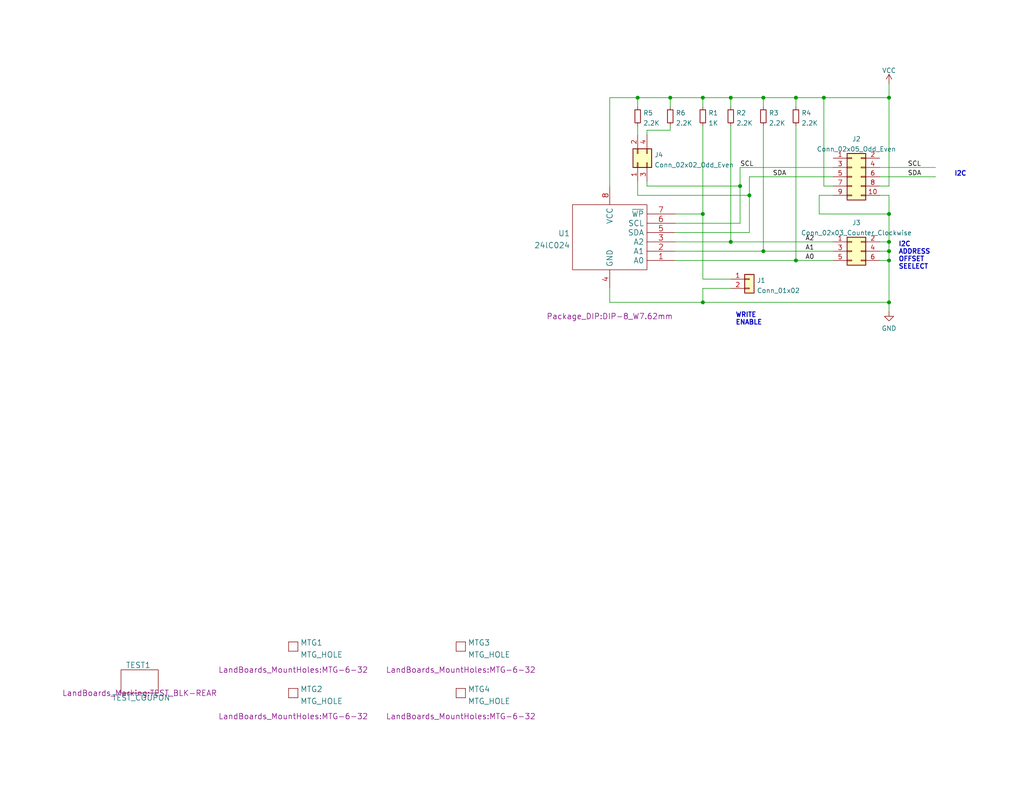
<source format=kicad_sch>
(kicad_sch (version 20211123) (generator eeschema)
  (paper "A")
  (title_block (date "2022-06-08") (rev "1") (company "lAND bOARDS llc"))
  (lib_symbols
    (symbol "Connector_Generic:Conn_01x02" (pin_names (offset 1.016) hide)
      (property "Reference" "J" (at 0 2.54 0))
      (property "Value" "Conn_01x02" (at 0 -5.08 0))
      (symbol "Conn_01x02_1_1"
        (rectangle (start -1.27 -2.413) (end 0 -2.667) (stroke (width 0.1524)))
        (rectangle (start -1.27 0.127) (end 0 -0.127) (stroke (width 0.1524)))
        (rectangle (start -1.27 1.27) (end 1.27 -3.81) (stroke (width 0.254)) (fill (type background)))
        (pin passive line (at -5.08 0 0) (length 3.81) (name "Pin_1") (number "1"))
        (pin passive line (at -5.08 -2.54 0) (length 3.81) (name "Pin_2") (number "2"))
      )
    )
    (symbol "Connector_Generic:Conn_02x02_Odd_Even" (pin_names (offset 1.016) hide)
      (property "Reference" "J" (at 1.27 2.54 0))
      (property "Value" "Conn_02x02_Odd_Even" (at 1.27 -5.08 0))
      (symbol "Conn_02x02_Odd_Even_1_1"
        (rectangle (start -1.27 -2.413) (end 0 -2.667) (stroke (width 0.1524)))
        (rectangle (start -1.27 0.127) (end 0 -0.127) (stroke (width 0.1524)))
        (rectangle (start -1.27 1.27) (end 3.81 -3.81) (stroke (width 0.254)) (fill (type background)))
        (rectangle (start 3.81 -2.413) (end 2.54 -2.667) (stroke (width 0.1524)))
        (rectangle (start 3.81 0.127) (end 2.54 -0.127) (stroke (width 0.1524)))
        (pin passive line (at -5.08 0 0) (length 3.81) (name "Pin_1") (number "1"))
        (pin passive line (at 7.62 0 180) (length 3.81) (name "Pin_2") (number "2"))
        (pin passive line (at -5.08 -2.54 0) (length 3.81) (name "Pin_3") (number "3"))
        (pin passive line (at 7.62 -2.54 180) (length 3.81) (name "Pin_4") (number "4"))
      )
    )
    (symbol "Connector_Generic:Conn_02x03_Odd_Even" (pin_names (offset 1.016) hide)
      (property "Reference" "J" (at 1.27 5.08 0))
      (property "Value" "Conn_02x03_Odd_Even" (at 1.27 -5.08 0))
      (symbol "Conn_02x03_Odd_Even_1_1"
        (rectangle (start -1.27 -2.413) (end 0 -2.667) (stroke (width 0.1524)))
        (rectangle (start -1.27 0.127) (end 0 -0.127) (stroke (width 0.1524)))
        (rectangle (start -1.27 2.667) (end 0 2.413) (stroke (width 0.1524)))
        (rectangle (start -1.27 3.81) (end 3.81 -3.81) (stroke (width 0.254)) (fill (type background)))
        (rectangle (start 3.81 -2.413) (end 2.54 -2.667) (stroke (width 0.1524)))
        (rectangle (start 3.81 0.127) (end 2.54 -0.127) (stroke (width 0.1524)))
        (rectangle (start 3.81 2.667) (end 2.54 2.413) (stroke (width 0.1524)))
        (pin passive line (at -5.08 2.54 0) (length 3.81) (name "Pin_1") (number "1"))
        (pin passive line (at 7.62 2.54 180) (length 3.81) (name "Pin_2") (number "2"))
        (pin passive line (at -5.08 0 0) (length 3.81) (name "Pin_3") (number "3"))
        (pin passive line (at 7.62 0 180) (length 3.81) (name "Pin_4") (number "4"))
        (pin passive line (at -5.08 -2.54 0) (length 3.81) (name "Pin_5") (number "5"))
        (pin passive line (at 7.62 -2.54 180) (length 3.81) (name "Pin_6") (number "6"))
      )
    )
    (symbol "Connector_Generic:Conn_02x05_Odd_Even" (pin_names (offset 1.016) hide)
      (property "Reference" "J" (at 1.27 7.62 0))
      (property "Value" "Conn_02x05_Odd_Even" (at 1.27 -7.62 0))
      (symbol "Conn_02x05_Odd_Even_1_1"
        (rectangle (start -1.27 -4.953) (end 0 -5.207) (stroke (width 0.1524)))
        (rectangle (start -1.27 -2.413) (end 0 -2.667) (stroke (width 0.1524)))
        (rectangle (start -1.27 0.127) (end 0 -0.127) (stroke (width 0.1524)))
        (rectangle (start -1.27 2.667) (end 0 2.413) (stroke (width 0.1524)))
        (rectangle (start -1.27 5.207) (end 0 4.953) (stroke (width 0.1524)))
        (rectangle (start -1.27 6.35) (end 3.81 -6.35) (stroke (width 0.254)) (fill (type background)))
        (rectangle (start 3.81 -4.953) (end 2.54 -5.207) (stroke (width 0.1524)))
        (rectangle (start 3.81 -2.413) (end 2.54 -2.667) (stroke (width 0.1524)))
        (rectangle (start 3.81 0.127) (end 2.54 -0.127) (stroke (width 0.1524)))
        (rectangle (start 3.81 2.667) (end 2.54 2.413) (stroke (width 0.1524)))
        (rectangle (start 3.81 5.207) (end 2.54 4.953) (stroke (width 0.1524)))
        (pin passive line (at -5.08 5.08 0) (length 3.81) (name "Pin_1") (number "1"))
        (pin passive line (at 7.62 -5.08 180) (length 3.81) (name "Pin_10") (number "10"))
        (pin passive line (at 7.62 5.08 180) (length 3.81) (name "Pin_2") (number "2"))
        (pin passive line (at -5.08 2.54 0) (length 3.81) (name "Pin_3") (number "3"))
        (pin passive line (at 7.62 2.54 180) (length 3.81) (name "Pin_4") (number "4"))
        (pin passive line (at -5.08 0 0) (length 3.81) (name "Pin_5") (number "5"))
        (pin passive line (at 7.62 0 180) (length 3.81) (name "Pin_6") (number "6"))
        (pin passive line (at -5.08 -2.54 0) (length 3.81) (name "Pin_7") (number "7"))
        (pin passive line (at 7.62 -2.54 180) (length 3.81) (name "Pin_8") (number "8"))
        (pin passive line (at -5.08 -5.08 0) (length 3.81) (name "Pin_9") (number "9"))
      )
    )
    (symbol "Device:R_Small" (pin_numbers hide) (pin_names (offset 0.254) hide)
      (property "Reference" "R" (at 0.762 0.508 0))
      (property "Value" "R_Small" (at 0.762 -1.016 0))
      (symbol "R_Small_0_1"
        (rectangle (start -0.762 1.778) (end 0.762 -1.778) (stroke (width 0.2032)))
      )
      (symbol "R_Small_1_1"
        (pin passive line (at 0 2.54 270) (length 0.762) (name "~") (number "1"))
        (pin passive line (at 0 -2.54 90) (length 0.762) (name "~") (number "2"))
      )
    )
    (symbol "LandBoards:COUPON" (pin_names (offset 1.016))
      (property "Reference" "COUP?" (at 0 0 0))
      (property "Value" "COUPON" (at 0 0 0))
      (symbol "COUPON_0_1"
        (rectangle (start -5.08 0) (end 5.08 6.35))
      )
    )
    (symbol "LandBoards:MTG_HOLE" (pin_names (offset 1.016))
      (property "Reference" "MTG?" (at 0 2.54 0))
      (property "Value" "MTG_HOLE" (at 0 -2.54 0))
      (symbol "MTG_HOLE_0_1"
        (rectangle (start -1.27 -1.27) (end 1.27 -1.27))
        (rectangle (start -1.27 1.27) (end -1.27 -1.27))
        (rectangle (start 1.27 1.27) (end -1.27 1.27))
        (rectangle (start 1.27 1.27) (end 1.27 -1.27))
      )
    )
    (symbol "LandBoards_Semis:24C01" (pin_names (offset 0.762))
      (property "Reference" "U" (at 3.81 8.89 0))
      (property "Value" "24C01" (at 6.35 -11.43 0))
      (symbol "24C01_0_0"
        (pin power_in line (at 0 -15.24 90) (length 5.08) (name "GND") (number "4"))
        (pin power_in line (at 0 12.7 270) (length 5.08) (name "VCC") (number "8"))
      )
      (symbol "24C01_1_1"
        (rectangle (start -10.16 -10.16) (end 10.16 7.62))
        (pin input line (at 17.78 -7.62 180) (length 7.62) (name "A0") (number "1"))
        (pin input line (at 17.78 -5.08 180) (length 7.62) (name "A1") (number "2"))
        (pin input line (at 17.78 -2.54 180) (length 7.62) (name "A2") (number "3"))
        (pin bidirectional line (at 17.78 0 180) (length 7.62) (name "SDA") (number "5"))
        (pin input line (at 17.78 2.54 180) (length 7.62) (name "SCL") (number "6"))
        (pin input line (at 17.78 5.08 180) (length 7.62) (name "~{WP}") (number "7"))
      )
    )
    (symbol "power:GND" (power) (pin_names (offset 0))
      (property "Value" "GND" (at 0 -3.81 0))
      (symbol "GND_0_1"
        (polyline (pts (xy 0 0) (xy 0 -1.27) (xy 1.27 -1.27) (xy 0 -2.54) (xy -1.27 -1.27) (xy 0 -1.27)))
      )
      (symbol "GND_1_1"
        (pin power_in line (at 0 0 270) (length 0) hide (name "GND") (number "1"))
      )
    )
    (symbol "power:VCC" (power) (pin_names (offset 0))
      (property "Value" "VCC" (at 0 3.81 0))
      (symbol "VCC_0_1"
        (polyline (pts (xy -0.762 1.27) (xy 0 2.54)))
        (polyline (pts (xy 0 0) (xy 0 2.54)))
        (polyline (pts (xy 0 2.54) (xy 0.762 1.27)))
      )
      (symbol "VCC_1_1"
        (pin power_in line (at 0 0 90) (length 0) hide (name "VCC") (number "1"))
      )
    )
  )
  (junction (at 242.57 68.58))
  (junction (at 242.57 71.12))
  (junction (at 191.77 82.55))
  (junction (at 208.28 26.67))
  (junction (at 242.57 66.04))
  (junction (at 242.57 58.42))
  (junction (at 182.88 26.67))
  (junction (at 199.39 26.67))
  (junction (at 242.57 82.55))
  (junction (at 217.17 71.12))
  (junction (at 173.99 26.67))
  (junction (at 199.39 66.04))
  (junction (at 224.79 26.67))
  (junction (at 204.47 53.34))
  (junction (at 191.77 26.67))
  (junction (at 191.77 58.42))
  (junction (at 242.57 26.67))
  (junction (at 217.17 26.67))
  (junction (at 208.28 68.58))
  (junction (at 201.93 50.8))
  (wire (pts (xy 224.79 26.67) (xy 242.57 26.67)))
  (wire (pts (xy 240.03 45.72) (xy 255.27 45.72)))
  (wire (pts (xy 242.57 66.04) (xy 242.57 68.58)))
  (wire (pts (xy 199.39 78.74) (xy 191.77 78.74)))
  (wire (pts (xy 242.57 66.04) (xy 242.57 58.42)))
  (wire (pts (xy 182.88 26.67) (xy 182.88 29.21)))
  (wire (pts (xy 176.53 35.56) (xy 182.88 35.56)))
  (wire (pts (xy 191.77 34.29) (xy 191.77 58.42)))
  (wire (pts (xy 191.77 78.74) (xy 191.77 82.55)))
  (wire (pts (xy 223.52 58.42) (xy 242.57 58.42)))
  (wire (pts (xy 199.39 34.29) (xy 199.39 66.04)))
  (wire (pts (xy 201.93 50.8) (xy 201.93 45.72)))
  (wire (pts (xy 184.15 71.12) (xy 217.17 71.12)))
  (wire (pts (xy 176.53 36.83) (xy 176.53 35.56)))
  (wire (pts (xy 173.99 26.67) (xy 173.99 29.21)))
  (wire (pts (xy 227.33 50.8) (xy 224.79 50.8)))
  (wire (pts (xy 182.88 26.67) (xy 191.77 26.67)))
  (wire (pts (xy 242.57 22.86) (xy 242.57 26.67)))
  (wire (pts (xy 242.57 68.58) (xy 242.57 71.12)))
  (wire (pts (xy 223.52 53.34) (xy 223.52 58.42)))
  (wire (pts (xy 208.28 26.67) (xy 199.39 26.67)))
  (wire (pts (xy 242.57 58.42) (xy 242.57 53.34)))
  (wire (pts (xy 242.57 50.8) (xy 240.03 50.8)))
  (wire (pts (xy 176.53 50.8) (xy 201.93 50.8)))
  (wire (pts (xy 208.28 26.67) (xy 208.28 29.21)))
  (wire (pts (xy 184.15 63.5) (xy 204.47 63.5)))
  (wire (pts (xy 184.15 58.42) (xy 191.77 58.42)))
  (wire (pts (xy 208.28 34.29) (xy 208.28 68.58)))
  (wire (pts (xy 184.15 60.96) (xy 201.93 60.96)))
  (wire (pts (xy 204.47 53.34) (xy 204.47 48.26)))
  (wire (pts (xy 191.77 26.67) (xy 199.39 26.67)))
  (wire (pts (xy 173.99 49.53) (xy 173.99 53.34)))
  (wire (pts (xy 182.88 26.67) (xy 173.99 26.67)))
  (wire (pts (xy 166.37 82.55) (xy 191.77 82.55)))
  (wire (pts (xy 217.17 26.67) (xy 208.28 26.67)))
  (wire (pts (xy 224.79 50.8) (xy 224.79 26.67)))
  (wire (pts (xy 182.88 34.29) (xy 182.88 35.56)))
  (wire (pts (xy 184.15 66.04) (xy 199.39 66.04)))
  (wire (pts (xy 173.99 53.34) (xy 204.47 53.34)))
  (wire (pts (xy 208.28 68.58) (xy 227.33 68.58)))
  (wire (pts (xy 240.03 48.26) (xy 255.27 48.26)))
  (wire (pts (xy 199.39 26.67) (xy 199.39 29.21)))
  (wire (pts (xy 242.57 26.67) (xy 242.57 50.8)))
  (wire (pts (xy 191.77 29.21) (xy 191.77 26.67)))
  (wire (pts (xy 240.03 71.12) (xy 242.57 71.12)))
  (wire (pts (xy 166.37 26.67) (xy 173.99 26.67)))
  (wire (pts (xy 204.47 48.26) (xy 227.33 48.26)))
  (wire (pts (xy 191.77 82.55) (xy 242.57 82.55)))
  (wire (pts (xy 217.17 34.29) (xy 217.17 71.12)))
  (wire (pts (xy 166.37 78.74) (xy 166.37 82.55)))
  (wire (pts (xy 240.03 68.58) (xy 242.57 68.58)))
  (wire (pts (xy 184.15 68.58) (xy 208.28 68.58)))
  (wire (pts (xy 176.53 49.53) (xy 176.53 50.8)))
  (wire (pts (xy 191.77 58.42) (xy 191.77 76.2)))
  (wire (pts (xy 242.57 82.55) (xy 242.57 85.09)))
  (wire (pts (xy 217.17 26.67) (xy 217.17 29.21)))
  (wire (pts (xy 240.03 66.04) (xy 242.57 66.04)))
  (wire (pts (xy 242.57 71.12) (xy 242.57 82.55)))
  (wire (pts (xy 224.79 26.67) (xy 217.17 26.67)))
  (wire (pts (xy 201.93 60.96) (xy 201.93 50.8)))
  (wire (pts (xy 217.17 71.12) (xy 227.33 71.12)))
  (wire (pts (xy 166.37 50.8) (xy 166.37 26.67)))
  (wire (pts (xy 204.47 63.5) (xy 204.47 53.34)))
  (wire (pts (xy 173.99 34.29) (xy 173.99 36.83)))
  (wire (pts (xy 199.39 66.04) (xy 227.33 66.04)))
  (wire (pts (xy 201.93 45.72) (xy 227.33 45.72)))
  (wire (pts (xy 227.33 53.34) (xy 223.52 53.34)))
  (wire (pts (xy 242.57 53.34) (xy 240.03 53.34)))
  (wire (pts (xy 191.77 76.2) (xy 199.39 76.2)))
  (text "WRITE\nENABLE" (at 200.66 88.9 0) (effects (font (size 1.27 1.27) (thickness 0.254) bold) (justify left bottom)))
  (text "I2C\nADDRESS\nOFFSET\nSEELECT" (at 245.11 73.66 0) (effects (font (size 1.27 1.27) (thickness 0.254) bold) (justify left bottom)))
  (text "I2C" (at 260.35 48.26 0) (effects (font (size 1.27 1.27) (thickness 0.254) bold) (justify left bottom)))
  (label "A1" (at 219.71 68.58 0))
  (label "SCL" (at 247.65 45.72 0))
  (label "SDA" (at 210.82 48.26 0))
  (label "SDA" (at 247.65 48.26 0))
  (label "A2" (at 219.71 66.04 0))
  (label "A0" (at 219.71 71.12 0))
  (label "SCL" (at 201.93 45.72 0))
  (symbol (lib_id "power:VCC") (at 242.57 22.86 0) (unit 1)
    (property "Reference" "#PWR0102" (effects hide))
    (property "Value" "VCC" (at 242.57 19.2555 0))
  )
  (symbol (lib_id "LandBoards:MTG_HOLE") (at 125.73 176.53 0) (unit 1)
    (property "Reference" "MTG3" (at 127.635 175.4653 0) (effects (font (size 1.524 1.524)) (justify left)))
    (property "Value" "MTG_HOLE" (at 127.635 178.7443 0) (effects (font (size 1.524 1.524)) (justify left)))
    (property "Footprint" "LandBoards_MountHoles:MTG-6-32" (at 125.73 182.88 0) (effects (font (size 1.524 1.524))))
  )
  (symbol (lib_id "Device:R_Small") (at 182.88 31.75 0) (unit 1)
    (property "Reference" "R6" (at 184.3786 30.8415 0) (effects (justify left)))
    (property "Value" "2.2K" (at 184.3786 33.6166 0) (effects (justify left)))
    (property "Footprint" "Resistor_THT:R_Axial_DIN0204_L3.6mm_D1.6mm_P7.62mm_Horizontal" (effects hide))
  )
  (symbol (lib_id "Connector_Generic:Conn_02x03_Odd_Even") (at 232.41 68.58 0) (unit 1)
    (property "Reference" "J3" (at 233.68 60.8035 0))
    (property "Value" "Conn_02x03_Counter_Clockwise" (at 233.68 63.5786 0))
    (property "Footprint" "Connector_PinHeader_2.54mm:PinHeader_2x03_P2.54mm_Horizontal" (effects hide))
  )
  (symbol (lib_id "LandBoards:MTG_HOLE") (at 80.01 176.53 0) (unit 1)
    (property "Reference" "MTG1" (at 81.915 175.4653 0) (effects (font (size 1.524 1.524)) (justify left)))
    (property "Value" "MTG_HOLE" (at 81.915 178.7443 0) (effects (font (size 1.524 1.524)) (justify left)))
    (property "Footprint" "LandBoards_MountHoles:MTG-6-32" (at 80.01 182.88 0) (effects (font (size 1.524 1.524))))
  )
  (symbol (lib_id "Device:R_Small") (at 217.17 31.75 0) (unit 1)
    (property "Reference" "R4" (at 218.6686 30.8415 0) (effects (justify left)))
    (property "Value" "2.2K" (at 218.6686 33.6166 0) (effects (justify left)))
    (property "Footprint" "Resistor_THT:R_Axial_DIN0204_L3.6mm_D1.6mm_P7.62mm_Horizontal" (effects hide))
  )
  (symbol (lib_id "LandBoards:MTG_HOLE") (at 125.73 189.23 0) (unit 1)
    (property "Reference" "MTG4" (at 127.635 188.1653 0) (effects (font (size 1.524 1.524)) (justify left)))
    (property "Value" "MTG_HOLE" (at 127.635 191.4443 0) (effects (font (size 1.524 1.524)) (justify left)))
    (property "Footprint" "LandBoards_MountHoles:MTG-6-32" (at 125.73 195.58 0) (effects (font (size 1.524 1.524))))
  )
  (symbol (lib_id "Device:R_Small") (at 208.28 31.75 0) (unit 1)
    (property "Reference" "R3" (at 209.7786 30.8415 0) (effects (justify left)))
    (property "Value" "2.2K" (at 209.7786 33.6166 0) (effects (justify left)))
    (property "Footprint" "Resistor_THT:R_Axial_DIN0204_L3.6mm_D1.6mm_P7.62mm_Horizontal" (effects hide))
  )
  (symbol (lib_id "Device:R_Small") (at 173.99 31.75 0) (unit 1)
    (property "Reference" "R5" (at 175.4886 30.8415 0) (effects (justify left)))
    (property "Value" "2.2K" (at 175.4886 33.6166 0) (effects (justify left)))
    (property "Footprint" "Resistor_THT:R_Axial_DIN0204_L3.6mm_D1.6mm_P7.62mm_Horizontal" (effects hide))
  )
  (symbol (lib_id "Connector_Generic:Conn_02x05_Odd_Even") (at 232.41 48.26 0) (unit 1)
    (property "Reference" "J2" (at 233.68 37.9435 0))
    (property "Value" "Conn_02x05_Odd_Even" (at 233.68 40.7186 0))
    (property "Footprint" "Connector_PinHeader_2.54mm:PinHeader_2x05_P2.54mm_Horizontal" (effects hide))
  )
  (symbol (lib_id "Connector_Generic:Conn_01x02") (at 204.47 76.2 0) (unit 1)
    (property "Reference" "J1" (at 206.502 76.5615 0) (effects (justify left)))
    (property "Value" "Conn_01x02" (at 206.502 79.3366 0) (effects (justify left)))
    (property "Footprint" "Connector_PinHeader_2.54mm:PinHeader_1x02_P2.54mm_Vertical" (effects hide))
  )
  (symbol (lib_id "LandBoards_Semis:24C01") (at 166.37 63.5 0) (unit 1)
    (property "Reference" "U1" (at 155.5751 63.7053 0) (effects (font (size 1.524 1.524)) (justify right)))
    (property "Value" "24lC024" (at 155.5751 66.9843 0) (effects (font (size 1.524 1.524)) (justify right)))
    (property "Footprint" "Package_DIP:DIP-8_W7.62mm" (at 166.37 86.36 0) (effects (font (size 1.524 1.524))))
  )
  (symbol (lib_id "Device:R_Small") (at 199.39 31.75 0) (unit 1)
    (property "Reference" "R2" (at 200.8886 30.8415 0) (effects (justify left)))
    (property "Value" "2.2K" (at 200.8886 33.6166 0) (effects (justify left)))
    (property "Footprint" "Resistor_THT:R_Axial_DIN0204_L3.6mm_D1.6mm_P7.62mm_Horizontal" (effects hide))
  )
  (symbol (lib_id "Connector_Generic:Conn_02x02_Odd_Even") (at 173.99 44.45 90) (unit 1)
    (property "Reference" "J4" (at 178.562 42.2715 90) (effects (justify right)))
    (property "Value" "Conn_02x02_Odd_Even" (at 178.562 45.0466 90) (effects (justify right)))
    (property "Footprint" "Connector_PinHeader_2.54mm:PinHeader_2x02_P2.54mm_Horizontal" (effects hide))
  )
  (symbol (lib_id "Device:R_Small") (at 191.77 31.75 0) (unit 1)
    (property "Reference" "R1" (at 193.2686 30.8415 0) (effects (justify left)))
    (property "Value" "1K" (at 193.2686 33.6166 0) (effects (justify left)))
    (property "Footprint" "Resistor_THT:R_Axial_DIN0204_L3.6mm_D1.6mm_P7.62mm_Horizontal" (effects hide))
  )
  (symbol (lib_id "power:GND") (at 242.57 85.09 0) (unit 1)
    (property "Reference" "#PWR0101" (effects hide))
    (property "Value" "GND" (at 242.57 89.6525 0))
  )
  (symbol (lib_id "LandBoards:MTG_HOLE") (at 80.01 189.23 0) (unit 1)
    (property "Reference" "MTG2" (at 81.915 188.1653 0) (effects (font (size 1.524 1.524)) (justify left)))
    (property "Value" "MTG_HOLE" (at 81.915 191.4443 0) (effects (font (size 1.524 1.524)) (justify left)))
    (property "Footprint" "LandBoards_MountHoles:MTG-6-32" (at 80.01 195.58 0) (effects (font (size 1.524 1.524))))
  )
  (symbol (lib_id "LandBoards:COUPON") (at 38.1 189.23 0) (unit 1)
    (property "Reference" "TEST1" (at 34.29 181.61 0) (effects (font (size 1.524 1.524)) (justify left)))
    (property "Value" "TEST_COUPON" (at 30.48 190.5 0) (effects (font (size 1.524 1.524)) (justify left)))
    (property "Footprint" "LandBoards_Marking:TEST_BLK-REAR" (at 38.1 189.23 0) (effects (font (size 1.524 1.524))))
  )
)
</source>
